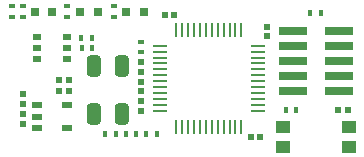
<source format=gtp>
G04*
G04 #@! TF.GenerationSoftware,Altium Limited,Altium Designer,20.2.6 (244)*
G04*
G04 Layer_Color=8421504*
%FSLAX25Y25*%
%MOIN*%
G70*
G04*
G04 #@! TF.SameCoordinates,1F00D8FF-E811-4F8C-9FFC-250B1BB78CBF*
G04*
G04*
G04 #@! TF.FilePolarity,Positive*
G04*
G01*
G75*
%ADD14R,0.03347X0.02165*%
%ADD15R,0.02047X0.02047*%
G04:AMPARAMS|DCode=16|XSize=47.24mil|YSize=70.87mil|CornerRadius=11.81mil|HoleSize=0mil|Usage=FLASHONLY|Rotation=0.000|XOffset=0mil|YOffset=0mil|HoleType=Round|Shape=RoundedRectangle|*
%AMROUNDEDRECTD16*
21,1,0.04724,0.04724,0,0,0.0*
21,1,0.02362,0.07087,0,0,0.0*
1,1,0.02362,0.01181,-0.02362*
1,1,0.02362,-0.01181,-0.02362*
1,1,0.02362,-0.01181,0.02362*
1,1,0.02362,0.01181,0.02362*
%
%ADD16ROUNDEDRECTD16*%
%ADD17R,0.01772X0.02165*%
%ADD18R,0.03150X0.02165*%
%ADD19R,0.02165X0.01772*%
%ADD20R,0.04921X0.00984*%
%ADD21R,0.00984X0.04921*%
%ADD22R,0.09449X0.02992*%
%ADD23R,0.02047X0.02047*%
%ADD24R,0.04724X0.03937*%
%ADD25R,0.03150X0.03150*%
D14*
X37008Y17520D02*
D03*
Y13780D02*
D03*
Y10039D02*
D03*
X47047D02*
D03*
Y17520D02*
D03*
D15*
X113779Y43701D02*
D03*
Y40551D02*
D03*
X71653Y18898D02*
D03*
Y15748D02*
D03*
Y22244D02*
D03*
Y25394D02*
D03*
Y28740D02*
D03*
Y31890D02*
D03*
X32283Y14567D02*
D03*
Y11417D02*
D03*
Y18110D02*
D03*
Y21260D02*
D03*
D16*
X65354Y30512D02*
D03*
Y14764D02*
D03*
X55905Y30512D02*
D03*
Y14764D02*
D03*
D17*
X73425Y8071D02*
D03*
X76968D02*
D03*
X131693Y48425D02*
D03*
X128150D02*
D03*
X123425Y16142D02*
D03*
X119882D02*
D03*
X63189Y8071D02*
D03*
X59645D02*
D03*
X70079D02*
D03*
X66535D02*
D03*
X55413Y36811D02*
D03*
X51870D02*
D03*
X55315Y40157D02*
D03*
X51772D02*
D03*
D18*
X46949Y32874D02*
D03*
Y36615D02*
D03*
Y40355D02*
D03*
X36909D02*
D03*
Y36615D02*
D03*
Y32874D02*
D03*
D19*
X71653Y35236D02*
D03*
Y38780D02*
D03*
X28634Y50591D02*
D03*
Y47047D02*
D03*
X62492Y50591D02*
D03*
Y47047D02*
D03*
X47138Y50591D02*
D03*
Y47047D02*
D03*
X32177Y50591D02*
D03*
Y47047D02*
D03*
D20*
X78051Y37402D02*
D03*
Y35433D02*
D03*
Y33465D02*
D03*
Y31496D02*
D03*
Y29528D02*
D03*
Y27559D02*
D03*
Y25591D02*
D03*
Y23622D02*
D03*
Y21654D02*
D03*
Y19685D02*
D03*
Y17717D02*
D03*
Y15748D02*
D03*
X110531D02*
D03*
Y17717D02*
D03*
Y19685D02*
D03*
Y21654D02*
D03*
Y23622D02*
D03*
Y25591D02*
D03*
Y27559D02*
D03*
Y29528D02*
D03*
Y31496D02*
D03*
Y33465D02*
D03*
Y35433D02*
D03*
Y37402D02*
D03*
D21*
X83465Y10335D02*
D03*
X85433D02*
D03*
X87402D02*
D03*
X89370D02*
D03*
X91339D02*
D03*
X93307D02*
D03*
X95276D02*
D03*
X97244D02*
D03*
X99213D02*
D03*
X101181D02*
D03*
X103150D02*
D03*
X105118D02*
D03*
Y42815D02*
D03*
X103150D02*
D03*
X101181D02*
D03*
X99213D02*
D03*
X97244D02*
D03*
X95276D02*
D03*
X93307D02*
D03*
X91339D02*
D03*
X89370D02*
D03*
X87402D02*
D03*
X85433D02*
D03*
X83465D02*
D03*
D22*
X137598Y22284D02*
D03*
X122244D02*
D03*
X137598Y27283D02*
D03*
Y32283D02*
D03*
Y37284D02*
D03*
Y42283D02*
D03*
X122244Y27283D02*
D03*
Y32283D02*
D03*
Y37284D02*
D03*
Y42283D02*
D03*
D23*
X140551Y16142D02*
D03*
X137402D02*
D03*
X82677Y47638D02*
D03*
X79528D02*
D03*
X108268Y7087D02*
D03*
X111417D02*
D03*
X47638Y26075D02*
D03*
X44488D02*
D03*
X47638Y22441D02*
D03*
X44488D02*
D03*
D24*
X118898Y10236D02*
D03*
Y3543D02*
D03*
X140945D02*
D03*
Y10236D02*
D03*
D25*
X72531Y48819D02*
D03*
X66626D02*
D03*
X42110D02*
D03*
X36205D02*
D03*
X57177D02*
D03*
X51272D02*
D03*
M02*

</source>
